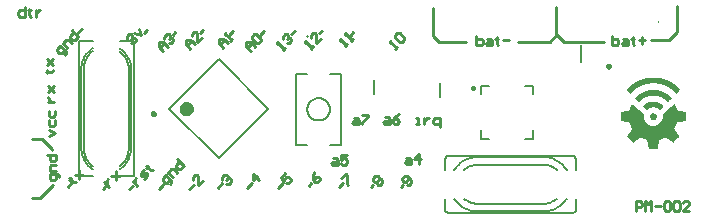
<source format=gto>
%FSTAX24Y24*%
%MOIN*%
%SFA1B1*%

%IPPOS*%
%ADD30C,0.010000*%
%ADD56C,0.009800*%
%ADD57C,0.005000*%
%ADD58C,0.007900*%
%ADD59C,0.023600*%
%ADD60C,0.000000*%
%LNmain-1*%
%LPD*%
G36*
X029522Y042089D02*
X029535D01*
Y042082*
X029548*
Y042076*
X029561*
Y04207*
X029567*
Y042063*
X029574*
Y042057*
X02958*
Y04205*
Y042044*
X029586*
Y042037*
X029593*
Y042031*
Y042025*
X029599*
Y042018*
Y042012*
Y042005*
X029606*
Y041999*
Y041992*
Y041986*
Y041979*
Y041973*
Y041967*
X029599*
Y04196*
Y041954*
Y041947*
Y041941*
X029593*
Y041934*
Y041928*
X029586*
Y041922*
X02958*
Y041915*
Y041909*
X029574*
Y041902*
X029567*
Y041896*
X029561*
Y041889*
X029548*
Y041883*
X029535*
Y041877*
X029522*
Y04187*
X029458*
Y041877*
X029445*
Y041883*
X029432*
Y041889*
X029419*
Y041896*
X029413*
Y041902*
X029406*
Y041909*
X0294*
Y041915*
Y041922*
X029393*
Y041928*
X029387*
Y041934*
Y041941*
X029381*
Y041947*
Y041954*
Y04196*
Y041967*
X029374*
Y041973*
Y041979*
Y041986*
Y041992*
Y041999*
Y042005*
X029381*
Y042012*
Y042018*
Y042025*
X029387*
Y042031*
Y042037*
X029393*
Y042044*
X0294*
Y04205*
Y042057*
X029406*
Y042063*
X029413*
Y04207*
X029419*
Y042076*
X029432*
Y042082*
X029445*
Y042089*
X029458*
Y042095*
X029522*
Y042089*
G37*
G36*
X030204Y042404D02*
Y042398D01*
X03021*
Y042391*
Y042385*
X030217*
Y042378*
Y042372*
Y042365*
X030223*
Y042359*
Y042353*
X03023*
Y042346*
Y04234*
Y042333*
X030236*
Y042327*
Y04232*
Y042314*
X030243*
Y042308*
Y042301*
Y042295*
X030249*
Y042288*
Y042282*
Y042275*
X030255*
Y042269*
Y042263*
X030262*
Y042256*
Y04225*
X030268*
Y042243*
Y042237*
X030275*
Y04223*
Y042224*
X030281*
Y042217*
Y042211*
Y042205*
X030288*
Y042198*
Y042192*
X0303*
Y042185*
X03032*
Y042179*
X030352*
Y042172*
X03039*
Y042166*
X030423*
Y04216*
X030461*
Y042153*
X0305*
Y042147*
X030538*
Y04214*
X030571*
Y042134*
Y042127*
Y042121*
Y042115*
Y042108*
Y042102*
Y042095*
Y042089*
Y042082*
Y042076*
Y04207*
Y042063*
Y042057*
Y04205*
Y042044*
Y042037*
Y042031*
Y042025*
Y042018*
Y042012*
Y042005*
Y041999*
Y041992*
Y041986*
Y041979*
Y041973*
Y041967*
Y04196*
Y041954*
Y041947*
Y041941*
Y041934*
Y041928*
Y041922*
Y041915*
Y041909*
Y041902*
Y041896*
Y041889*
Y041883*
Y041877*
Y04187*
Y041864*
Y041857*
Y041851*
X030564*
Y041844*
X030526*
Y041838*
X030493*
Y041832*
X030461*
Y041825*
X030436*
Y041819*
X030397*
Y041812*
X030365*
Y041806*
X03032*
Y041799*
X030294*
Y041793*
X030288*
Y041787*
X030281*
Y04178*
X030275*
Y041774*
Y041767*
X030268*
Y041761*
Y041754*
X030262*
Y041748*
Y041741*
X030255*
Y041735*
Y041729*
X030249*
Y041722*
Y041716*
Y041709*
X030243*
Y041703*
Y041696*
X030236*
Y04169*
Y041684*
Y041677*
X03023*
Y041671*
Y041664*
X030223*
Y041658*
Y041651*
Y041645*
X030217*
Y041639*
Y041632*
Y041626*
X03021*
Y041619*
Y041613*
X030204*
Y041606*
X030198*
Y0416*
Y041594*
X030191*
Y041587*
Y041581*
Y041574*
Y041568*
Y041561*
X030198*
Y041555*
Y041549*
X030204*
Y041542*
X03021*
Y041536*
X030217*
Y041529*
Y041523*
X030223*
Y041516*
X03023*
Y04151*
Y041503*
X030236*
Y041497*
Y041491*
X030243*
Y041484*
X030249*
Y041478*
Y041471*
X030255*
Y041465*
X030262*
Y041458*
X030268*
Y041452*
Y041446*
X030275*
Y041439*
X030281*
Y041433*
Y041426*
X030288*
Y04142*
X030294*
Y041413*
Y041407*
X0303*
Y041401*
Y041394*
X030307*
Y041388*
X030313*
Y041381*
X03032*
Y041375*
X030326*
Y041368*
Y041362*
X030333*
Y041356*
X030339*
Y041349*
Y041343*
X030345*
Y041336*
X030352*
Y04133*
X030358*
Y041323*
X030352*
Y041317*
X030345*
Y041311*
X030339*
Y041304*
X030333*
Y041298*
X030326*
Y041291*
X03032*
Y041285*
X030313*
Y041278*
X030307*
Y041272*
X0303*
Y041266*
X030294*
Y041259*
X030288*
Y041253*
X030281*
Y041246*
X030275*
Y04124*
X030268*
Y041233*
X030262*
Y041227*
X030255*
Y04122*
X030249*
Y041214*
X030243*
Y041208*
X030236*
Y041201*
X03023*
Y041195*
X030223*
Y041188*
X030217*
Y041182*
X03021*
Y041175*
X030204*
Y041169*
X030198*
Y041163*
X030191*
Y041156*
X030185*
Y04115*
X030178*
Y041143*
X030172*
Y041137*
X030165*
Y04113*
X030159*
Y041124*
X030146*
Y04113*
X030133*
Y041137*
X030127*
Y041143*
X030114*
Y04115*
X030107*
Y041156*
X030095*
Y041163*
X030088*
Y041169*
X030075*
Y041175*
X030069*
Y041182*
X030056*
Y041188*
X03005*
Y041195*
X030037*
Y041201*
X03003*
Y041208*
X030017*
Y041214*
X030011*
Y04122*
X030005*
Y041227*
X029992*
Y041233*
X029979*
Y04124*
X029972*
Y041246*
X02996*
Y041253*
X029953*
Y041259*
X029947*
Y041266*
X029934*
Y041272*
X029927*
Y041278*
X029921*
Y041285*
X029876*
Y041278*
X029857*
Y041272*
X029844*
Y041266*
X029824*
Y041259*
X029812*
Y041253*
X029799*
Y041246*
X029786*
Y04124*
X029767*
Y041233*
X029754*
Y041227*
X029734*
Y04122*
X029715*
Y041214*
X029702*
Y041208*
X029689*
Y041201*
X029683*
Y041195*
X029676*
Y041188*
Y041182*
Y041175*
Y041169*
Y041163*
X02967*
Y041156*
Y04115*
Y041143*
Y041137*
Y04113*
Y041124*
X029664*
Y041118*
Y041111*
Y041105*
Y041098*
Y041092*
Y041085*
X029657*
Y041079*
Y041073*
Y041066*
Y04106*
Y041053*
Y041047*
X029651*
Y04104*
Y041034*
Y041027*
Y041021*
Y041015*
Y041008*
X029644*
Y041002*
Y040995*
Y040989*
Y040982*
Y040976*
Y04097*
X029638*
Y040963*
Y040957*
Y04095*
Y040944*
Y040937*
X029631*
Y040931*
Y040925*
Y040918*
Y040912*
X029625*
Y040905*
X029342*
Y040912*
X029336*
Y040918*
Y040925*
Y040931*
Y040937*
Y040944*
Y04095*
X029329*
Y040957*
Y040963*
Y04097*
Y040976*
Y040982*
X029323*
Y040989*
Y040995*
Y041002*
Y041008*
Y041015*
Y041021*
X029316*
Y041027*
Y041034*
Y04104*
Y041047*
Y041053*
X02931*
Y04106*
Y041066*
Y041073*
Y041079*
Y041085*
Y041092*
X029303*
Y041098*
Y041105*
Y041111*
Y041118*
Y041124*
X029297*
Y04113*
Y041137*
Y041143*
Y04115*
X029291*
Y041156*
Y041163*
Y041169*
Y041175*
Y041182*
Y041188*
X029284*
Y041195*
Y041201*
X029278*
Y041208*
X029265*
Y041214*
X029252*
Y04122*
X029233*
Y041227*
X029213*
Y041233*
X029194*
Y04124*
X029181*
Y041246*
X029168*
Y041253*
X029155*
Y041259*
X029136*
Y041266*
X029123*
Y041272*
X02911*
Y041278*
X029091*
Y041285*
X029046*
Y041278*
X02904*
Y041272*
X029033*
Y041266*
X02902*
Y041259*
X029014*
Y041253*
X029001*
Y041246*
X028995*
Y04124*
X028982*
Y041233*
X028975*
Y041227*
X028963*
Y04122*
X028956*
Y041214*
X028943*
Y041208*
X028937*
Y041201*
X02893*
Y041195*
X028917*
Y041188*
X028911*
Y041182*
X028898*
Y041175*
X028892*
Y041169*
X028879*
Y041163*
X028872*
Y041156*
X02886*
Y04115*
X028853*
Y041143*
X02884*
Y041137*
X028834*
Y04113*
X028827*
Y041124*
X028808*
Y04113*
X028802*
Y041137*
X028795*
Y041143*
X028789*
Y04115*
X028782*
Y041156*
X028776*
Y041163*
X02877*
Y041169*
X028763*
Y041175*
X028757*
Y041182*
X02875*
Y041188*
X028744*
Y041195*
X028737*
Y041201*
X028731*
Y041208*
X028725*
Y041214*
X028718*
Y04122*
X028712*
Y041227*
X028705*
Y041233*
X028699*
Y04124*
X028692*
Y041246*
X028686*
Y041253*
X028679*
Y041259*
X028673*
Y041266*
X028667*
Y041272*
X02866*
Y041278*
X028654*
Y041285*
X028647*
Y041291*
X028641*
Y041298*
X028634*
Y041304*
X028628*
Y041311*
X028622*
Y041317*
X028615*
Y041323*
Y04133*
Y041336*
X028622*
Y041343*
X028628*
Y041349*
Y041356*
X028634*
Y041362*
X028641*
Y041368*
Y041375*
X028647*
Y041381*
X028654*
Y041388*
Y041394*
X02866*
Y041401*
X028667*
Y041407*
X028673*
Y041413*
Y04142*
X028679*
Y041426*
X028686*
Y041433*
Y041439*
X028692*
Y041446*
X028699*
Y041452*
Y041458*
X028705*
Y041465*
X028712*
Y041471*
Y041478*
X028718*
Y041484*
X028725*
Y041491*
X028731*
Y041497*
Y041503*
X028737*
Y04151*
X028744*
Y041516*
Y041523*
X02875*
Y041529*
X028757*
Y041536*
Y041542*
X028763*
Y041549*
X02877*
Y041555*
Y041561*
X028776*
Y041568*
Y041574*
Y041581*
Y041587*
X02877*
Y041594*
Y0416*
X028763*
Y041606*
Y041613*
Y041619*
X028757*
Y041626*
Y041632*
X02875*
Y041639*
Y041645*
Y041651*
X028744*
Y041658*
Y041664*
X028737*
Y041671*
Y041677*
X028731*
Y041684*
Y04169*
Y041696*
X028725*
Y041703*
Y041709*
X028718*
Y041716*
Y041722*
X028712*
Y041729*
Y041735*
X028705*
Y041741*
Y041748*
Y041754*
X028699*
Y041761*
Y041767*
X028692*
Y041774*
Y04178*
X028686*
Y041787*
Y041793*
X028673*
Y041799*
X028641*
Y041806*
X028602*
Y041812*
X02857*
Y041819*
X028532*
Y041825*
X028506*
Y041832*
X028474*
Y041838*
X028442*
Y041844*
X028403*
Y041851*
X028396*
Y041857*
Y041864*
Y04187*
Y041877*
Y041883*
Y041889*
Y041896*
Y041902*
Y041909*
Y041915*
Y041922*
Y041928*
Y041934*
Y041941*
Y041947*
Y041954*
Y04196*
Y041967*
Y041973*
Y041979*
Y041986*
Y041992*
Y041999*
Y042005*
Y042012*
Y042018*
Y042025*
Y042031*
Y042037*
Y042044*
Y04205*
Y042057*
Y042063*
Y04207*
Y042076*
Y042082*
Y042089*
Y042095*
Y042102*
Y042108*
Y042115*
Y042121*
Y042127*
Y042134*
Y04214*
X028429*
Y042147*
X028467*
Y042153*
X028506*
Y04216*
X028544*
Y042166*
X028577*
Y042172*
X028615*
Y042179*
X028647*
Y042185*
X028667*
Y042192*
X028679*
Y042198*
Y042205*
X028686*
Y042211*
Y042217*
X028692*
Y042224*
Y04223*
X028699*
Y042237*
Y042243*
Y04225*
X028705*
Y042256*
Y042263*
X028712*
Y042269*
Y042275*
Y042282*
X028718*
Y042288*
Y042295*
Y042301*
X028725*
Y042308*
Y042314*
X028731*
Y04232*
Y042327*
X028737*
Y042333*
Y04234*
Y042346*
X028744*
Y042353*
Y042359*
X02875*
Y042365*
Y042372*
Y042378*
X028757*
Y042385*
Y042391*
X028763*
Y042398*
Y042404*
Y04241*
X028776*
Y042404*
X028782*
Y042398*
X028789*
Y042391*
X028795*
Y042385*
X028802*
Y042378*
X028815*
Y042372*
X028821*
Y042365*
X028827*
Y042359*
X028834*
Y042353*
X02884*
Y042346*
X028847*
Y04234*
X028853*
Y042333*
X028866*
Y042327*
X028872*
Y04232*
X028879*
Y042314*
X028885*
Y042308*
X028892*
Y042301*
X028898*
Y042295*
X028911*
Y042288*
X028917*
Y042282*
X028924*
Y042275*
X02893*
Y042269*
X028937*
Y042263*
X028943*
Y042256*
X02895*
Y04225*
X028963*
Y042243*
X028969*
Y042237*
X028975*
Y04223*
X028982*
Y042224*
X028988*
Y042217*
X028995*
Y042211*
X029008*
Y042205*
X029014*
Y042198*
X02902*
Y042192*
X029027*
Y042185*
X029033*
Y042179*
X02904*
Y042172*
X029046*
Y042166*
X029059*
Y04216*
X029065*
Y042153*
X029072*
Y042147*
X029078*
Y04214*
X029085*
Y042134*
X029091*
Y042127*
X029104*
Y042121*
X02911*
Y042115*
X029117*
Y042108*
X029123*
Y042102*
X02913*
Y042095*
X029136*
Y042089*
X029143*
Y042082*
X029155*
Y042076*
X029162*
Y04207*
X029168*
Y042063*
X029175*
Y042057*
Y04205*
Y042044*
X029168*
Y042037*
Y042031*
Y042025*
Y042018*
Y042012*
Y042005*
Y041999*
Y041992*
Y041986*
Y041979*
Y041973*
Y041967*
Y04196*
Y041954*
Y041947*
X029175*
Y041941*
Y041934*
Y041928*
Y041922*
Y041915*
Y041909*
X029181*
Y041902*
Y041896*
Y041889*
X029188*
Y041883*
Y041877*
Y04187*
X029194*
Y041864*
X029201*
Y041857*
Y041851*
X029207*
Y041844*
Y041838*
X029213*
Y041832*
X02922*
Y041825*
Y041819*
Y041812*
X029226*
Y041806*
X029233*
Y041799*
X029239*
Y041793*
X029246*
Y041787*
Y04178*
X029252*
Y041774*
X029258*
Y041767*
X029271*
Y041761*
X029278*
Y041754*
X029284*
Y041748*
X029291*
Y041741*
X029297*
Y041735*
X02931*
Y041729*
X029316*
Y041722*
X029329*
Y041716*
X029342*
Y041709*
X029355*
Y041703*
X029374*
Y041696*
X029387*
Y04169*
X029413*
Y041684*
X029451*
Y041677*
X029522*
Y041684*
X029554*
Y04169*
X02958*
Y041696*
X029593*
Y041703*
X029612*
Y041709*
X029625*
Y041716*
X029638*
Y041722*
X029651*
Y041729*
X029657*
Y041735*
X02967*
Y041741*
X029676*
Y041748*
X029683*
Y041754*
X029689*
Y041761*
X029696*
Y041767*
X029702*
Y041774*
X029709*
Y04178*
X029715*
Y041787*
X029722*
Y041793*
X029728*
Y041799*
X029734*
Y041806*
X029741*
Y041812*
X029747*
Y041819*
Y041825*
X029754*
Y041832*
X02976*
Y041838*
Y041844*
X029767*
Y041851*
Y041857*
X029773*
Y041864*
Y04187*
Y041877*
X029779*
Y041883*
Y041889*
Y041896*
X029786*
Y041902*
Y041909*
Y041915*
X029792*
Y041922*
Y041928*
Y041934*
Y041941*
Y041947*
X029799*
Y041954*
Y04196*
Y041967*
Y041973*
Y041979*
Y041986*
Y041992*
Y041999*
Y042005*
Y042012*
Y042018*
Y042025*
Y042031*
Y042037*
Y042044*
X029792*
Y04205*
Y042057*
Y042063*
X029799*
Y04207*
X029812*
Y042076*
X029818*
Y042082*
X029824*
Y042089*
X029831*
Y042095*
X029837*
Y042102*
X029844*
Y042108*
X02985*
Y042115*
X029857*
Y042121*
X029869*
Y042127*
X029876*
Y042134*
X029882*
Y04214*
X029889*
Y042147*
X029895*
Y042153*
X029902*
Y04216*
X029908*
Y042166*
X029921*
Y042172*
X029927*
Y042179*
X029934*
Y042185*
X02994*
Y042192*
X029947*
Y042198*
X029953*
Y042205*
X02996*
Y042211*
X029966*
Y042217*
X029979*
Y042224*
X029985*
Y04223*
X029992*
Y042237*
X029998*
Y042243*
X030005*
Y04225*
X030011*
Y042256*
X030017*
Y042263*
X03003*
Y042269*
X030037*
Y042275*
X030043*
Y042282*
X03005*
Y042288*
X030056*
Y042295*
X030062*
Y042301*
X030069*
Y042308*
X030075*
Y042314*
X030088*
Y04232*
X030095*
Y042327*
X030101*
Y042333*
X030107*
Y04234*
X030114*
Y042346*
X03012*
Y042353*
X030127*
Y042359*
X03014*
Y042365*
X030146*
Y042372*
X030152*
Y042378*
X030159*
Y042385*
X030165*
Y042391*
X030172*
Y042398*
X030178*
Y042404*
X030191*
Y04241*
X030204*
Y042404*
G37*
G36*
X029554Y042481D02*
X029593D01*
Y042475*
X029619*
Y042468*
X029638*
Y042462*
X029657*
Y042455*
X02967*
Y042449*
X029683*
Y042443*
X029696*
Y042436*
X029709*
Y04243*
X029722*
Y042423*
X029734*
Y042417*
X029741*
Y04241*
X029754*
Y042404*
X02976*
Y042398*
X029773*
Y042391*
X029779*
Y042385*
X029786*
Y042378*
X029792*
Y042372*
X029799*
Y042365*
X029805*
Y042359*
X029812*
Y042353*
X029818*
Y042346*
X029824*
Y04234*
X029831*
Y042333*
Y042327*
X029824*
Y04232*
X029818*
Y042314*
X029812*
Y042308*
X029805*
Y042301*
X029799*
Y042295*
X029792*
Y042288*
X029786*
Y042282*
X029779*
Y042275*
X029773*
Y042269*
X029767*
Y042263*
X02976*
Y042256*
X029754*
Y04225*
X029747*
Y042243*
X029741*
Y042237*
X029734*
Y04223*
X029728*
Y042224*
X029722*
Y042217*
X029715*
Y042211*
X029709*
Y042205*
X029696*
Y042211*
X029689*
Y042217*
X029683*
Y042224*
X029676*
Y04223*
X02967*
Y042237*
X029664*
Y042243*
X029657*
Y04225*
X029644*
Y042256*
X029638*
Y042263*
X029625*
Y042269*
X029612*
Y042275*
X029599*
Y042282*
X02958*
Y042288*
X029554*
Y042295*
X029426*
Y042288*
X0294*
Y042282*
X029381*
Y042275*
X029368*
Y042269*
X029355*
Y042263*
X029342*
Y042256*
X029336*
Y04225*
X029323*
Y042243*
X029316*
Y042237*
X02931*
Y04223*
X029303*
Y042224*
X029297*
Y042217*
X029291*
Y042211*
X029284*
Y042205*
X029271*
Y042211*
X029265*
Y042217*
X029258*
Y042224*
X029252*
Y04223*
X029246*
Y042237*
X029239*
Y042243*
X029233*
Y04225*
X029226*
Y042256*
X02922*
Y042263*
X029213*
Y042269*
X029207*
Y042275*
X029201*
Y042282*
X029194*
Y042288*
X029188*
Y042295*
X029181*
Y042301*
X029175*
Y042308*
X029168*
Y042314*
X029162*
Y04232*
X029155*
Y042327*
X029149*
Y042333*
Y04234*
X029155*
Y042346*
X029162*
Y042353*
X029168*
Y042359*
X029175*
Y042365*
X029181*
Y042372*
X029188*
Y042378*
X029194*
Y042385*
X029201*
Y042391*
X029207*
Y042398*
X02922*
Y042404*
X029226*
Y04241*
X029239*
Y042417*
X029246*
Y042423*
X029258*
Y04243*
X029271*
Y042436*
X029284*
Y042443*
X029297*
Y042449*
X02931*
Y042455*
X029323*
Y042462*
X029342*
Y042468*
X029361*
Y042475*
X029387*
Y042481*
X029426*
Y042488*
X029554*
Y042481*
G37*
G36*
X029599Y043279D02*
X029657D01*
Y043272*
X029696*
Y043266*
X029734*
Y04326*
X02976*
Y043253*
X029786*
Y043247*
X029818*
Y04324*
X029837*
Y043234*
X029857*
Y043227*
X029876*
Y043221*
X029895*
Y043214*
X029915*
Y043208*
X029934*
Y043202*
X029947*
Y043195*
X02996*
Y043189*
X029979*
Y043182*
X029992*
Y043176*
X030005*
Y043169*
X030017*
Y043163*
X03003*
Y043157*
X030043*
Y04315*
X030056*
Y043144*
X030069*
Y043137*
X030082*
Y043131*
X030095*
Y043124*
X030101*
Y043118*
X030114*
Y043112*
X030127*
Y043105*
X030133*
Y043099*
X030146*
Y043092*
X030152*
Y043086*
X030165*
Y043079*
X030172*
Y043073*
X030185*
Y043067*
X030191*
Y04306*
X030198*
Y043054*
X03021*
Y043047*
X030217*
Y043041*
X030223*
Y043034*
X030236*
Y043028*
X030243*
Y043022*
X030249*
Y043015*
X030255*
Y043009*
X030262*
Y043002*
X030268*
Y042996*
X030281*
Y042989*
X030288*
Y042983*
X030294*
Y042976*
X0303*
Y04297*
X030307*
Y042964*
X030313*
Y042957*
X03032*
Y042951*
X030326*
Y042944*
X030333*
Y042938*
X030339*
Y042931*
X030345*
Y042925*
X030352*
Y042919*
X030358*
Y042912*
X030365*
Y042906*
Y042899*
X030371*
Y042893*
X030378*
Y042886*
X030384*
Y04288*
X030378*
Y042874*
X030371*
Y042867*
X030365*
Y042861*
X030358*
Y042854*
X030352*
Y042848*
X030345*
Y042841*
X030339*
Y042835*
X030333*
Y042829*
X030326*
Y042822*
X03032*
Y042816*
X030313*
Y042809*
X030307*
Y042803*
X0303*
Y042796*
X030294*
Y04279*
X030288*
Y042784*
X030281*
Y042777*
X030275*
Y042771*
X030268*
Y042764*
X030262*
Y042758*
X030255*
Y042751*
X030249*
Y042758*
X030243*
Y042764*
X030236*
Y042771*
X03023*
Y042777*
X030223*
Y042784*
Y04279*
X030217*
Y042796*
X03021*
Y042803*
X030204*
Y042809*
X030198*
Y042816*
X030191*
Y042822*
X030185*
Y042829*
X030178*
Y042835*
X030172*
Y042841*
X030165*
Y042848*
X030159*
Y042854*
X030152*
Y042861*
X03014*
Y042867*
X030133*
Y042874*
X030127*
Y04288*
X03012*
Y042886*
X030114*
Y042893*
X030101*
Y042899*
X030095*
Y042906*
X030088*
Y042912*
X030075*
Y042919*
X030069*
Y042925*
X030056*
Y042931*
X03005*
Y042938*
X030037*
Y042944*
X03003*
Y042951*
X030017*
Y042957*
X030005*
Y042964*
X029998*
Y04297*
X029985*
Y042976*
X029972*
Y042983*
X02996*
Y042989*
X029947*
Y042996*
X029934*
Y043002*
X029921*
Y043009*
X029908*
Y043015*
X029889*
Y043022*
X029876*
Y043028*
X029857*
Y043034*
X029837*
Y043041*
X029818*
Y043047*
X029799*
Y043054*
X029779*
Y04306*
X029754*
Y043067*
X029728*
Y043073*
X029696*
Y043079*
X029664*
Y043086*
X029619*
Y043092*
X029509*
Y043099*
X029471*
Y043092*
X029361*
Y043086*
X029316*
Y043079*
X029284*
Y043073*
X029252*
Y043067*
X029226*
Y04306*
X029201*
Y043054*
X029181*
Y043047*
X029162*
Y043041*
X029143*
Y043034*
X029123*
Y043028*
X029104*
Y043022*
X029091*
Y043015*
X029072*
Y043009*
X029059*
Y043002*
X029046*
Y042996*
X029033*
Y042989*
X02902*
Y042983*
X029008*
Y042976*
X028995*
Y04297*
X028982*
Y042964*
X028975*
Y042957*
X028963*
Y042951*
X02895*
Y042944*
X028943*
Y042938*
X02893*
Y042931*
X028924*
Y042925*
X028911*
Y042919*
X028905*
Y042912*
X028892*
Y042906*
X028885*
Y042899*
X028879*
Y042893*
X028866*
Y042886*
X02886*
Y04288*
X028853*
Y042874*
X028847*
Y042867*
X02884*
Y042861*
X028827*
Y042854*
X028821*
Y042848*
X028815*
Y042841*
X028808*
Y042835*
X028802*
Y042829*
X028795*
Y042822*
X028789*
Y042816*
X028782*
Y042809*
X028776*
Y042803*
X02877*
Y042796*
X028763*
Y04279*
X028757*
Y042784*
Y042777*
X02875*
Y042771*
X028744*
Y042764*
X028737*
Y042758*
X028731*
Y042751*
X028725*
Y042758*
X028718*
Y042764*
X028712*
Y042771*
X028705*
Y042777*
X028699*
Y042784*
X028692*
Y04279*
X028686*
Y042796*
X028679*
Y042803*
X028673*
Y042809*
X028667*
Y042816*
X02866*
Y042822*
X028654*
Y042829*
X028647*
Y042835*
X028641*
Y042841*
X028634*
Y042848*
X028628*
Y042854*
X028622*
Y042861*
X028615*
Y042867*
X028609*
Y042874*
X028602*
Y04288*
X028596*
Y042886*
X028602*
Y042893*
X028609*
Y042899*
X028615*
Y042906*
Y042912*
X028622*
Y042919*
X028628*
Y042925*
X028634*
Y042931*
X028641*
Y042938*
X028647*
Y042944*
X028654*
Y042951*
X02866*
Y042957*
X028667*
Y042964*
X028673*
Y04297*
X028679*
Y042976*
X028686*
Y042983*
X028692*
Y042989*
X028699*
Y042996*
X028712*
Y043002*
X028718*
Y043009*
X028725*
Y043015*
X028731*
Y043022*
X028737*
Y043028*
X028744*
Y043034*
X028757*
Y043041*
X028763*
Y043047*
X02877*
Y043054*
X028782*
Y04306*
X028789*
Y043067*
X028795*
Y043073*
X028808*
Y043079*
X028815*
Y043086*
X028827*
Y043092*
X028834*
Y043099*
X028847*
Y043105*
X028853*
Y043112*
X028866*
Y043118*
X028879*
Y043124*
X028885*
Y043131*
X028898*
Y043137*
X028911*
Y043144*
X028924*
Y04315*
X028937*
Y043157*
X02895*
Y043163*
X028963*
Y043169*
X028975*
Y043176*
X028988*
Y043182*
X029001*
Y043189*
X02902*
Y043195*
X029033*
Y043202*
X029046*
Y043208*
X029065*
Y043214*
X029085*
Y043221*
X029104*
Y043227*
X029123*
Y043234*
X029143*
Y04324*
X029162*
Y043247*
X029194*
Y043253*
X02922*
Y04326*
X029246*
Y043266*
X029284*
Y043272*
X029323*
Y043279*
X029381*
Y043285*
X029599*
Y043279*
G37*
G36*
X02958Y042867D02*
X029625D01*
Y042861*
X029664*
Y042854*
X029689*
Y042848*
X029715*
Y042841*
X029734*
Y042835*
X029754*
Y042829*
X029773*
Y042822*
X029792*
Y042816*
X029805*
Y042809*
X029824*
Y042803*
X029837*
Y042796*
X02985*
Y04279*
X029863*
Y042784*
X029876*
Y042777*
X029889*
Y042771*
X029902*
Y042764*
X029908*
Y042758*
X029921*
Y042751*
X029934*
Y042745*
X02994*
Y042738*
X029953*
Y042732*
X02996*
Y042726*
X029966*
Y042719*
X029979*
Y042713*
X029985*
Y042706*
X029992*
Y0427*
X030005*
Y042693*
X030011*
Y042687*
X030017*
Y042681*
X030024*
Y042674*
X03003*
Y042668*
X030037*
Y042661*
X03005*
Y042655*
X030056*
Y042648*
X030062*
Y042642*
X030069*
Y042636*
X030075*
Y042629*
X030082*
Y042623*
Y042616*
X030088*
Y04261*
X030095*
Y042603*
X030101*
Y042597*
X030095*
Y042591*
X030088*
Y042584*
X030082*
Y042578*
X030075*
Y042571*
X030069*
Y042565*
X030062*
Y042558*
X030056*
Y042552*
X03005*
Y042546*
X030043*
Y042539*
X030037*
Y042533*
X03003*
Y042526*
X030024*
Y04252*
X030017*
Y042513*
X030011*
Y042507*
X030005*
Y042501*
X029998*
Y042494*
X029992*
Y042488*
X029985*
Y042481*
X029979*
Y042475*
X029972*
Y042468*
X029966*
Y042475*
X02996*
Y042481*
X029953*
Y042488*
X029947*
Y042494*
X02994*
Y042501*
X029934*
Y042507*
Y042513*
X029921*
Y04252*
X029915*
Y042526*
X029908*
Y042533*
X029902*
Y042539*
X029895*
Y042546*
X029889*
Y042552*
X029882*
Y042558*
X029869*
Y042565*
X029863*
Y042571*
X02985*
Y042578*
X029844*
Y042584*
X029837*
Y042591*
X029824*
Y042597*
X029812*
Y042603*
X029805*
Y04261*
X029792*
Y042616*
X029779*
Y042623*
X029767*
Y042629*
X029747*
Y042636*
X029734*
Y042642*
X029715*
Y042648*
X029702*
Y042655*
X029676*
Y042661*
X029657*
Y042668*
X029625*
Y042674*
X029586*
Y042681*
X029503*
Y042687*
X029477*
Y042681*
X029393*
Y042674*
X029355*
Y042668*
X029323*
Y042661*
X029303*
Y042655*
X029278*
Y042648*
X029265*
Y042642*
X029246*
Y042636*
X029233*
Y042629*
X029213*
Y042623*
X029201*
Y042616*
X029188*
Y04261*
X029175*
Y042603*
X029168*
Y042597*
X029155*
Y042591*
X029143*
Y042584*
X029136*
Y042578*
X02913*
Y042571*
X029117*
Y042565*
X02911*
Y042558*
X029098*
Y042552*
X029091*
Y042546*
X029085*
Y042539*
X029078*
Y042533*
X029072*
Y042526*
X029065*
Y04252*
X029059*
Y042513*
X029046*
Y042507*
Y042501*
X02904*
Y042494*
X029033*
Y042488*
X029027*
Y042481*
X02902*
Y042475*
X029014*
Y042468*
X029008*
Y042475*
X029001*
Y042481*
X028995*
Y042488*
X028988*
Y042494*
X028982*
Y042501*
X028975*
Y042507*
X028969*
Y042513*
X028963*
Y04252*
X028956*
Y042526*
X02895*
Y042533*
X028943*
Y042539*
X028937*
Y042546*
X02893*
Y042552*
X028924*
Y042558*
X028917*
Y042565*
X028911*
Y042571*
X028905*
Y042578*
X028898*
Y042584*
X028892*
Y042591*
X028885*
Y042597*
X028879*
Y042603*
X028885*
Y04261*
X028892*
Y042616*
X028898*
Y042623*
Y042629*
X028905*
Y042636*
X028911*
Y042642*
X028917*
Y042648*
X028924*
Y042655*
X02893*
Y042661*
X028943*
Y042668*
X02895*
Y042674*
X028956*
Y042681*
X028963*
Y042687*
X028969*
Y042693*
X028975*
Y0427*
X028988*
Y042706*
X028995*
Y042713*
X029001*
Y042719*
X029014*
Y042726*
X02902*
Y042732*
X029027*
Y042738*
X02904*
Y042745*
X029046*
Y042751*
X029059*
Y042758*
X029072*
Y042764*
X029078*
Y042771*
X029091*
Y042777*
X029104*
Y042784*
X029117*
Y04279*
X02913*
Y042796*
X029143*
Y042803*
X029155*
Y042809*
X029175*
Y042816*
X029188*
Y042822*
X029207*
Y042829*
X029226*
Y042835*
X029246*
Y042841*
X029265*
Y042848*
X029291*
Y042854*
X029316*
Y042861*
X029355*
Y042867*
X0294*
Y042874*
X02958*
Y042867*
G37*
G54D30*
X022352Y044488D02*
X022795D01*
X029409Y044528D02*
X03D01*
X02625Y04471D02*
Y04563D01*
X026028Y044488D02*
X02625Y04471D01*
X024961Y044488D02*
X026028D01*
X022795D02*
X023228D01*
X009469Y039705D02*
Y039724D01*
X009026Y039262D02*
X009469Y039705D01*
X00877Y039262D02*
X009026D01*
X009439Y040866D02*
Y040925D01*
X009124Y04124D02*
X009439Y040925D01*
X00877Y04124D02*
X009124D01*
X02626Y044724D02*
X026496Y044488D01*
X027835*
X03Y044528D02*
X030276Y044803D01*
Y045669*
X021063Y039646D02*
X021142Y039724D01*
X020079Y039646D02*
X020157Y039724D01*
X019016Y039646D02*
X019134Y039764D01*
X017992Y039685D02*
X018071Y039764D01*
X016968Y039606D02*
X017126Y039764D01*
X015945Y039606D02*
X016102Y039764D01*
X014961Y039606D02*
X015118Y039764D01*
X014016Y039567D02*
X014173Y039724D01*
X012992Y039567D02*
X01315Y039724D01*
X012008Y039567D02*
X012126Y039685D01*
X011142Y039567D02*
X01122Y039646D01*
X009961D02*
X010079Y039764D01*
X017953Y044685D02*
D01*
X019409Y044724D02*
X019488Y044803D01*
X018346Y044764D02*
X018425Y044843D01*
X016378Y044724D02*
X016496Y044843D01*
X015354Y044724D02*
X015472Y044843D01*
X013465Y044724D02*
X013543Y044803D01*
X01437Y044764D02*
X014488Y044882D01*
X010276Y044764D02*
X010433Y044921D01*
X017411Y044734D02*
D01*
X01753Y044852*
X01251Y044783D02*
X012608Y044882D01*
X022156Y044685D02*
X022352Y044488D01*
X022156Y044685D02*
Y04561D01*
X028898Y038858D02*
Y039173D01*
X029055*
X029108Y039121*
Y039016*
X029055Y038963*
X028898*
X029213Y038858D02*
Y039173D01*
X029317Y039068*
X029422Y039173*
Y038858*
X029527Y039016D02*
X029737D01*
X029842Y039121D02*
X029895Y039173D01*
X03*
X030052Y039121*
Y038911*
X03Y038858*
X029895*
X029842Y038911*
Y039121*
X030157D02*
X03021Y039173D01*
X030315*
X030367Y039121*
Y038911*
X030315Y038858*
X03021*
X030157Y038911*
Y039121*
X030682Y038858D02*
X030472D01*
X030682Y039068*
Y039121*
X030629Y039173*
X030524*
X030472Y039121*
X021575Y041732D02*
X02168D01*
X021627*
Y041942*
X021575*
X021837D02*
Y041732D01*
Y041837*
X02189Y04189*
X021942Y041942*
X021995*
X022362Y041627D02*
Y041942D01*
X022205*
X022152Y04189*
Y041785*
X022205Y041732*
X022362*
X019501Y041942D02*
X019606D01*
X019659Y04189*
Y041732*
X019501*
X019449Y041785*
X019501Y041837*
X019659*
X019764Y042047D02*
X019974D01*
Y041995*
X019764Y041785*
Y041732*
X020535Y041962D02*
X02064D01*
X020692Y041909*
Y041752*
X020535*
X020482Y041804*
X020535Y041857*
X020692*
X021007Y042067D02*
X020902Y042014D01*
X020797Y041909*
Y041804*
X02085Y041752*
X020955*
X021007Y041804*
Y041857*
X020955Y041909*
X020797*
X021253Y040623D02*
X021358D01*
X021411Y040571*
Y040413*
X021253*
X021201Y040466*
X021253Y040518*
X021411*
X021673Y040413D02*
Y040728D01*
X021516Y040571*
X021726*
X018802Y040594D02*
X018907D01*
X01896Y040541*
Y040384*
X018802*
X01875Y040436*
X018802Y040489*
X01896*
X019275Y040699D02*
X019065D01*
Y040541*
X01917Y040594*
X019222*
X019275Y040541*
Y040436*
X019222Y040384*
X019117*
X019065Y040436*
X02088Y04425D02*
X020954Y044324D01*
X020917Y044287*
X020694Y04451*
Y044436*
X02088Y044621D02*
Y044695D01*
X020954Y044769*
X021028*
X021177Y044621*
Y044547*
X021103Y044473*
X021028*
X02088Y044621*
X019213Y044331D02*
X019287Y044405D01*
X01925Y044368*
X019027Y04459*
Y044516*
X019398D02*
X019472Y04459D01*
X019435Y044553*
X019213Y044776*
Y044702*
X018071Y044252D02*
X018145Y044326D01*
X018108Y044289*
X017885Y044512*
Y044437*
X018405Y044586D02*
X018256Y044437D01*
Y044734*
X018219Y044771*
X018145*
X018071Y044697*
Y044623*
X017126Y044213D02*
X0172Y044287D01*
X017163Y04425*
X01694Y044472*
Y044398*
X017126Y044584D02*
Y044658D01*
X0172Y044732*
X017274*
X017312Y044695*
Y044621*
X017274Y044584*
X017312Y044621*
X017386*
X017423Y044584*
Y044509*
X017349Y044435*
X017274*
X016063Y044173D02*
X015915Y044322D01*
Y04447*
X016063*
X016211Y044322*
X0161Y044433*
X015952Y044285*
X0161Y044581D02*
Y044656D01*
X016174Y04473*
X016249*
X016397Y044581*
Y044507*
X016323Y044433*
X016249*
X0161Y044581*
X015157Y044291D02*
X015009Y04444D01*
Y044588*
X015157*
X015306Y04444*
X015195Y044551*
X015046Y044403*
X01538Y044514D02*
X015454Y044588D01*
X015417Y044551*
X015195Y044774*
Y0447*
X014055Y044252D02*
X013907Y0444D01*
Y044549*
X014055*
X014204Y0444*
X014092Y044512*
X013944Y044363*
X014426Y044623D02*
X014278Y044475D01*
Y044771*
X014241Y044809*
X014166*
X014092Y044734*
Y04466*
X01315Y044173D02*
X013001Y044322D01*
Y04447*
X01315*
X013298Y044322*
X013187Y044433*
X013038Y044285*
X013187Y044581D02*
Y044656D01*
X013261Y04473*
X013335*
X013372Y044693*
Y044619*
X013335Y044581*
X013372Y044619*
X013446*
X013484Y044581*
Y044507*
X013409Y044433*
X013335*
X011931Y044585D02*
Y044659D01*
X012005Y044734*
X012079*
X012116Y044696*
Y044622*
X012079Y044585*
X012116Y044622*
X01219*
X012227Y044585*
Y044511*
X012153Y044437*
X012079*
X01219Y044771D02*
X012413Y044696D01*
X012339Y044919*
X009873Y044055D02*
X00991Y044092D01*
Y044166*
X009724Y044352*
X009613Y044241*
Y044166*
X009687Y044092*
X009762*
X009873Y044204*
X009947Y044278D02*
X009799Y044426D01*
X00991Y044538*
X009984*
X010095Y044426*
Y044871D02*
X010318Y044649D01*
X010207Y044538*
X010133*
X010058Y044612*
Y044686*
X01017Y044797*
X00853Y045635D02*
Y04532D01*
X008372*
X00832Y045372*
Y045477*
X008372Y04553*
X00853*
X008687Y045582D02*
Y04553D01*
X008635*
X00874*
X008687*
Y045372*
X00874Y04532*
X008897Y04553D02*
Y04532D01*
Y045425*
X00895Y045477*
X009002Y04553*
X009055*
X009226Y043488D02*
X009278D01*
Y043435*
Y04354*
Y043488*
X009436*
X009488Y04354*
X009278Y043697D02*
X009488Y043907D01*
X009383Y043802*
X009278Y043907*
X009488Y043697*
X009308Y04249D02*
X009518D01*
X009413*
X00936Y042543*
X009308Y042595*
Y042648*
Y042805D02*
X009518Y043015D01*
X009413Y04291*
X009308Y043015*
X009518Y042805*
X009327Y041348D02*
X009537Y041453D01*
X009327Y041558*
Y041873D02*
Y041716D01*
X00938Y041663*
X009485*
X009537Y041716*
Y041873*
X009327Y042188D02*
Y042031D01*
X00938Y041978*
X009485*
X009537Y042031*
Y042188*
X009682Y039967D02*
Y04002D01*
X009629Y040072*
X009367*
Y039915*
X009419Y039862*
X009524*
X009577Y039915*
Y040072*
Y040177D02*
X009367D01*
Y040334*
X009419Y040387*
X009577*
X009262Y040702D02*
X009577D01*
Y040544*
X009524Y040492*
X009419*
X009367Y040544*
Y040702*
X010009Y039947D02*
X010046Y03991D01*
X010009Y039873*
X010083Y039947*
X010046Y03991*
X010157Y039799*
X010232*
X010195Y040058D02*
X010491D01*
X010343*
Y040207*
Y03991*
X01119Y039794D02*
X011339Y039646D01*
X011264Y03972*
Y039794*
Y039868*
X011301Y039905*
X011413Y040017D02*
X01171D01*
X011561*
Y040165*
Y039868*
X012135Y039833D02*
X012283Y039685D01*
X012209Y039759*
Y039833*
Y039908*
X012246Y039945*
X012506Y039908D02*
X012617Y040019D01*
Y040093*
X012543*
X012469Y040019*
X012395*
Y040093*
X012506Y040205*
X01258Y040353D02*
X012617Y040316D01*
X01258Y040279*
X012655Y040353*
X012617Y040316*
X012729Y040205*
X012803*
X013387Y039744D02*
X013424Y039781D01*
Y039855*
X013238Y040041*
X013127Y03993*
Y039855*
X013201Y039781*
X013275*
X013387Y039893*
X013461Y039967D02*
X013312Y040115D01*
X013424Y040226*
X013498*
X013609Y040115*
Y04056D02*
X013832Y040338D01*
X013721Y040226*
X013646*
X013572Y040301*
Y040375*
X013683Y040486*
X014459Y039853D02*
X014311Y039705D01*
Y040002*
X014274Y040039*
X0142*
X014125Y039964*
Y03989*
X01511D02*
Y039964D01*
X015184Y040039*
X015258*
X015295Y040002*
Y039927*
X015258Y03989*
X015295Y039927*
X015369*
X015407Y03989*
Y039816*
X015332Y039742*
X015258*
X016351Y039865D02*
X016129Y040088D01*
Y039865*
X016277Y040014*
X017209Y040095D02*
X017061Y039947D01*
X017172Y039836*
X017209Y039947*
X017246Y039984*
X017321*
X017395Y03991*
Y039836*
X017321Y039762*
X017246*
X018174Y040135D02*
X018137Y040024D01*
Y039875*
X018211Y039801*
X018285*
X018359Y039875*
Y039949*
X018322Y039986*
X018248*
X018137Y039875*
X019088Y039937D02*
X019237Y040086D01*
X019274Y040049*
Y039752*
X019311Y039715*
X020149Y039861D02*
Y039935D01*
X020223Y040009*
X020298*
X020335Y039972*
Y039898*
X020409*
X020446Y039861*
Y039787*
X020372Y039712*
X020298*
X02026Y039749*
Y039824*
X020186*
X020149Y039861*
X02026Y039824D02*
X020335Y039898D01*
X021272Y039712D02*
X021346D01*
X02142Y039787*
Y039861*
X021272Y040009*
X021198*
X021124Y039935*
Y039861*
X021161Y039824*
X021235*
X021346Y039935*
X023583Y044685D02*
Y04437D01*
X02374*
X023793Y044423*
Y044475*
Y044528*
X02374Y04458*
X023583*
X02395D02*
X024055D01*
X024107Y044528*
Y04437*
X02395*
X023898Y044423*
X02395Y044475*
X024107*
X024265Y044632D02*
Y04458D01*
X024212*
X024317*
X024265*
Y044423*
X024317Y04437*
X024475Y044528D02*
X024685D01*
X02811Y044685D02*
Y04437D01*
X028268*
X02832Y044423*
Y044475*
Y044528*
X028268Y04458*
X02811*
X028478D02*
X028583D01*
X028635Y044528*
Y04437*
X028478*
X028425Y044423*
X028478Y044475*
X028635*
X028792Y044632D02*
Y04458D01*
X02874*
X028845*
X028792*
Y044423*
X028845Y04437*
X029002Y044528D02*
X029212D01*
X029107Y044632D02*
Y044423D01*
G54D56*
X028031Y043671D02*
D01*
X02803Y043674*
X02803Y043677*
X028029Y043681*
X028029Y043684*
X028028Y043687*
X028026Y04369*
X028025Y043694*
X028023Y043696*
X028021Y043699*
X028019Y043702*
X028017Y043705*
X028014Y043707*
X028012Y043709*
X028009Y043711*
X028006Y043713*
X028003Y043715*
X028Y043716*
X027997Y043717*
X027993Y043718*
X02799Y043719*
X027987Y043719*
X027983Y043719*
X02798*
X027976Y043719*
X027973Y043719*
X02797Y043718*
X027966Y043717*
X027963Y043716*
X02796Y043715*
X027957Y043713*
X027954Y043711*
X027951Y043709*
X027949Y043707*
X027946Y043705*
X027944Y043702*
X027942Y043699*
X02794Y043696*
X027938Y043694*
X027937Y04369*
X027935Y043687*
X027934Y043684*
X027934Y043681*
X027933Y043677*
X027933Y043674*
X027933Y043671*
X027933Y043667*
X027933Y043664*
X027934Y04366*
X027934Y043657*
X027935Y043654*
X027937Y043651*
X027938Y043647*
X02794Y043645*
X027942Y043642*
X027944Y043639*
X027946Y043636*
X027949Y043634*
X027951Y043632*
X027954Y04363*
X027957Y043628*
X02796Y043626*
X027963Y043625*
X027966Y043624*
X02797Y043623*
X027973Y043622*
X027976Y043622*
X02798Y043622*
X027983*
X027987Y043622*
X02799Y043622*
X027993Y043623*
X027997Y043624*
X028Y043625*
X028003Y043626*
X028006Y043628*
X028009Y04363*
X028012Y043632*
X028014Y043634*
X028017Y043636*
X028019Y043639*
X028021Y043642*
X028023Y043645*
X028025Y043647*
X028026Y043651*
X028028Y043654*
X028029Y043657*
X028029Y04366*
X02803Y043664*
X02803Y043667*
X028031Y043671*
X012871Y04209D02*
D01*
X01287Y042093*
X01287Y042096*
X012869Y0421*
X012869Y042103*
X012868Y042106*
X012866Y042109*
X012865Y042113*
X012863Y042115*
X012861Y042118*
X012859Y042121*
X012857Y042124*
X012854Y042126*
X012852Y042128*
X012849Y04213*
X012846Y042132*
X012843Y042134*
X01284Y042135*
X012837Y042136*
X012833Y042137*
X01283Y042138*
X012827Y042138*
X012823Y042138*
X01282*
X012816Y042138*
X012813Y042138*
X01281Y042137*
X012806Y042136*
X012803Y042135*
X0128Y042134*
X012797Y042132*
X012794Y04213*
X012791Y042128*
X012789Y042126*
X012786Y042124*
X012784Y042121*
X012782Y042118*
X01278Y042115*
X012778Y042113*
X012777Y042109*
X012775Y042106*
X012774Y042103*
X012774Y0421*
X012773Y042096*
X012773Y042093*
X012773Y04209*
X012773Y042086*
X012773Y042083*
X012774Y042079*
X012774Y042076*
X012775Y042073*
X012777Y04207*
X012778Y042066*
X01278Y042064*
X012782Y042061*
X012784Y042058*
X012786Y042055*
X012789Y042053*
X012791Y042051*
X012794Y042049*
X012797Y042047*
X0128Y042045*
X012803Y042044*
X012806Y042043*
X01281Y042042*
X012813Y042041*
X012816Y042041*
X01282Y042041*
X012823*
X012827Y042041*
X01283Y042041*
X012833Y042042*
X012837Y042043*
X01284Y042044*
X012843Y042045*
X012846Y042047*
X012849Y042049*
X012852Y042051*
X012854Y042053*
X012857Y042055*
X012859Y042058*
X012861Y042061*
X012863Y042064*
X012865Y042066*
X012866Y04207*
X012868Y042073*
X012869Y042076*
X012869Y042079*
X01287Y042083*
X01287Y042086*
X012871Y04209*
X023524Y042943D02*
D01*
X023523Y042946*
X023523Y042949*
X023522Y042953*
X023522Y042956*
X023521Y042959*
X023519Y042962*
X023518Y042966*
X023516Y042968*
X023514Y042971*
X023512Y042974*
X02351Y042977*
X023507Y042979*
X023505Y042981*
X023502Y042983*
X023499Y042985*
X023496Y042987*
X023493Y042988*
X02349Y042989*
X023486Y04299*
X023483Y042991*
X02348Y042991*
X023476Y042991*
X023473*
X023469Y042991*
X023466Y042991*
X023463Y04299*
X023459Y042989*
X023456Y042988*
X023453Y042987*
X02345Y042985*
X023447Y042983*
X023444Y042981*
X023442Y042979*
X023439Y042977*
X023437Y042974*
X023435Y042971*
X023433Y042968*
X023431Y042966*
X02343Y042962*
X023428Y042959*
X023427Y042956*
X023427Y042953*
X023426Y042949*
X023426Y042946*
X023426Y042943*
X023426Y042939*
X023426Y042936*
X023427Y042932*
X023427Y042929*
X023428Y042926*
X02343Y042923*
X023431Y042919*
X023433Y042917*
X023435Y042914*
X023437Y042911*
X023439Y042908*
X023442Y042906*
X023444Y042904*
X023447Y042902*
X02345Y0429*
X023453Y042898*
X023456Y042897*
X023459Y042896*
X023463Y042895*
X023466Y042894*
X023469Y042894*
X023473Y042894*
X023476*
X02348Y042894*
X023483Y042894*
X023486Y042895*
X02349Y042896*
X023493Y042897*
X023496Y042898*
X023499Y0429*
X023502Y042902*
X023505Y042904*
X023507Y042906*
X02351Y042908*
X023512Y042911*
X023514Y042914*
X023516Y042917*
X023518Y042919*
X023519Y042923*
X023521Y042926*
X023522Y042929*
X023522Y042932*
X023523Y042936*
X023523Y042939*
X023524Y042943*
G54D57*
X018701Y042234D02*
D01*
X0187Y04226*
X018697Y042286*
X018692Y042311*
X018686Y042337*
X018678Y042361*
X018668Y042386*
X018657Y042409*
X018644Y042432*
X018629Y042453*
X018613Y042474*
X018596Y042493*
X018577Y042511*
X018557Y042528*
X018536Y042544*
X018514Y042557*
X01849Y04257*
X018467Y04258*
X018442Y042589*
X018417Y042596*
X018391Y042602*
X018366Y042605*
X01834Y042607*
X018313*
X018287Y042605*
X018262Y042602*
X018236Y042596*
X018211Y042589*
X018186Y04258*
X018163Y04257*
X01814Y042557*
X018117Y042544*
X018096Y042528*
X018076Y042511*
X018057Y042493*
X01804Y042474*
X018024Y042453*
X018009Y042432*
X017996Y042409*
X017985Y042386*
X017975Y042361*
X017967Y042337*
X017961Y042311*
X017956Y042286*
X017953Y04226*
X017953Y042234*
X017953Y042207*
X017956Y042181*
X017961Y042156*
X017967Y04213*
X017975Y042106*
X017985Y042081*
X017996Y042058*
X018009Y042035*
X018024Y042014*
X01804Y041993*
X018057Y041974*
X018076Y041956*
X018096Y041939*
X018117Y041923*
X01814Y04191*
X018163Y041897*
X018186Y041887*
X018211Y041878*
X018236Y041871*
X018262Y041865*
X018287Y041862*
X018313Y04186*
X01834*
X018366Y041862*
X018391Y041865*
X018417Y041871*
X018442Y041878*
X018467Y041887*
X01849Y041897*
X018514Y04191*
X018536Y041923*
X018557Y041939*
X018577Y041956*
X018596Y041974*
X018613Y041993*
X018629Y042014*
X018644Y042035*
X018657Y042058*
X018668Y042081*
X018678Y042106*
X018686Y04213*
X018692Y042156*
X018697Y042181*
X0187Y042207*
X018701Y042234*
X017579Y041053D02*
Y043415D01*
X019075Y041053D02*
Y043415D01*
X017579D02*
X017953D01*
X018701D02*
X019075D01*
X017579Y041053D02*
X017953D01*
X018701D02*
X019075D01*
G54D58*
X025827Y039085D02*
D01*
X025872Y039086*
X025917Y039091*
X025962Y039099*
X026006Y03911*
X026049Y039124*
X026091Y039141*
X026132Y039161*
X026171Y039183*
X026209Y039209*
X026244Y039237*
X026262Y039252*
X023622Y040384D02*
D01*
X023576Y040382*
X023531Y040377*
X023486Y040369*
X023442Y040358*
X023399Y040344*
X023357Y040327*
X023316Y040307*
X023277Y040285*
X023239Y040259*
X023204Y040231*
X023187Y040217*
X023622Y04064D02*
D01*
X023558Y040637*
X023495Y040631*
X023433Y04062*
X023372Y040604*
X023312Y040585*
X023253Y040561*
X023196Y040533*
X023141Y040502*
X023089Y040466*
X023039Y040428*
X022992Y040385*
X022948Y04034*
X022908Y040291*
X02287Y04024*
X022856Y040217*
X025827Y038829D02*
D01*
X02589Y038831*
X025953Y038837*
X026015Y038848*
X026076Y038864*
X026136Y038883*
X026195Y038907*
X026252Y038935*
X026307Y038966*
X026359Y039002*
X026409Y03904*
X026456Y039083*
X0265Y039128*
X02654Y039177*
X026578Y039228*
X026593Y039252*
X022648Y040679D02*
D01*
X022641Y040678*
X022634Y040678*
X022627Y040676*
X02262Y040675*
X022614Y040673*
X022608Y04067*
X022601Y040667*
X022596Y040664*
X02259Y04066*
X022585Y040656*
X022579Y040651*
X022575Y040646*
X02257Y040641*
X022566Y040635*
X022563Y04063*
X022559Y040623*
X022557Y040617*
X022554Y040611*
X022552Y040604*
X022551Y040598*
X02255Y040591*
X02255Y040584*
X022549Y040581*
Y038888D02*
D01*
X022549Y038881*
X022549Y038874*
X022551Y038867*
X022552Y03886*
X022554Y038854*
X022557Y038848*
X02256Y038841*
X022563Y038836*
X022567Y03883*
X022571Y038825*
X022576Y038819*
X022581Y038815*
X022586Y03881*
X022592Y038806*
X022598Y038803*
X022604Y038799*
X02261Y038797*
X022616Y038794*
X022623Y038792*
X022629Y038791*
X022636Y03879*
X022643Y03879*
X022648Y038789*
X026801D02*
D01*
X026807Y038789*
X026814Y038789*
X026821Y038791*
X026828Y038792*
X026834Y038794*
X02684Y038797*
X026847Y0388*
X026852Y038803*
X026858Y038807*
X026863Y038811*
X026869Y038816*
X026873Y038821*
X026878Y038826*
X026882Y038832*
X026885Y038838*
X026889Y038844*
X026891Y03885*
X026894Y038856*
X026896Y038863*
X026897Y038869*
X026898Y038876*
X026898Y038883*
X0269Y038888*
Y040581D02*
D01*
X026899Y040587*
X026899Y040594*
X026897Y040601*
X026896Y040608*
X026894Y040614*
X026891Y04062*
X026888Y040627*
X026885Y040632*
X026881Y040638*
X026877Y040643*
X026872Y040649*
X026867Y040653*
X026862Y040658*
X026856Y040662*
X026851Y040665*
X026844Y040669*
X026838Y040671*
X026832Y040674*
X026825Y040676*
X026819Y040677*
X026812Y040678*
X026805Y040678*
X026801Y040679*
X022856Y039252D02*
D01*
X022891Y039199*
X02293Y03915*
X022972Y039103*
X023018Y039059*
X023067Y039019*
X023118Y038982*
X023171Y038948*
X023227Y038919*
X023285Y038893*
X023345Y038872*
X023405Y038855*
X023467Y038842*
X02353Y038833*
X023593Y038829*
X023622Y038829*
X023187Y039252D02*
D01*
X023221Y039222*
X023258Y039196*
X023296Y039172*
X023336Y03915*
X023378Y039132*
X02342Y039116*
X023464Y039104*
X023508Y039094*
X023553Y039088*
X023598Y039085*
X023622Y039085*
X026262Y040217D02*
D01*
X026227Y040246*
X02619Y040272*
X026152Y040296*
X026112Y040318*
X02607Y040336*
X026028Y040352*
X025984Y040364*
X02594Y040374*
X025895Y04038*
X02585Y040383*
X025827Y040384*
X026593Y040217D02*
D01*
X026557Y040269*
X026518Y040318*
X026476Y040365*
X02643Y040409*
X026381Y040449*
X02633Y040486*
X026277Y04052*
X026221Y040549*
X026163Y040575*
X026103Y040596*
X026043Y040613*
X025981Y040626*
X025918Y040635*
X025855Y040639*
X025827Y04064*
X010421Y040933D02*
D01*
X010423Y040875*
X010429Y040817*
X010439Y04076*
X010453Y040704*
X01047Y040649*
X010492Y040595*
X010518Y040543*
X010546Y040493*
X010579Y040445*
X010614Y0404*
X010653Y040357*
X010695Y040316*
X010739Y040279*
X010786Y040245*
X010797Y040239*
Y044261D02*
D01*
X010749Y044227*
X010704Y044191*
X010662Y044151*
X010623Y044109*
X010586Y044064*
X010553Y044016*
X010524Y043967*
X010498Y043915*
X010475Y043862*
X010456Y043807*
X010442Y043751*
X010431Y043694*
X010424Y043637*
X010421Y043579*
X010421Y043567*
X0105Y040933D02*
D01*
X010501Y04088*
X010507Y040828*
X010516Y040777*
X010529Y040726*
X010545Y040676*
X010564Y040627*
X010587Y04058*
X010613Y040535*
X010643Y040492*
X010675Y04045*
X01071Y040412*
X010748Y040375*
X010788Y040341*
X010797Y040335*
Y044165D02*
D01*
X010756Y044131*
X010718Y044096*
X010682Y044057*
X010649Y044016*
X010619Y043974*
X010592Y043929*
X010569Y043882*
X010548Y043834*
X010532Y043784*
X010518Y043733*
X010508Y043682*
X010502Y04363*
X010499Y043578*
X0105Y043567*
X012D02*
D01*
X011998Y043619*
X011992Y043671*
X011983Y043722*
X01197Y043773*
X011954Y043823*
X011935Y043872*
X011912Y043919*
X011886Y043964*
X011856Y044007*
X011824Y044049*
X011789Y044087*
X011751Y044124*
X011711Y044158*
X011703Y044165*
Y040335D02*
D01*
X011743Y040368*
X011781Y040403*
X011817Y040442*
X01185Y040483*
X01188Y040525*
X011907Y04057*
X01193Y040617*
X011951Y040665*
X011967Y040715*
X011981Y040766*
X011991Y040817*
X011997Y040869*
X012Y040921*
X012Y040933*
X012079Y043567D02*
D01*
X012076Y043624*
X01207Y043682*
X01206Y043739*
X012046Y043795*
X012029Y04385*
X012007Y043904*
X011981Y043956*
X011953Y044006*
X01192Y044054*
X011885Y044099*
X011846Y044142*
X011804Y044183*
X01176Y04422*
X011713Y044254*
X011703Y044261*
Y040239D02*
D01*
X01175Y040272*
X011795Y040308*
X011837Y040348*
X011876Y04039*
X011913Y040435*
X011946Y040483*
X011975Y040532*
X012001Y040584*
X012024Y040637*
X012043Y040692*
X012057Y040748*
X012068Y040805*
X012075Y040862*
X012078Y04092*
X012079Y040933*
X027087Y043819D02*
Y04437D01*
X023622Y040384D02*
X025827D01*
X023622Y039085D02*
X025827D01*
X023622Y04064D02*
X025827D01*
X023622Y038829D02*
X025827D01*
X022648Y040679D02*
X026801D01*
X022549Y040217D02*
Y040581D01*
X022648Y038789D02*
X026801D01*
X0269Y038888D02*
Y039252D01*
X022549Y038888D02*
Y039252D01*
X0269Y040217D02*
Y040581D01*
X011703Y040006D02*
X012175D01*
Y044494*
X011703D02*
X012175D01*
X010421Y040933D02*
Y043567D01*
X0105Y040933D02*
Y043567D01*
X012Y040933D02*
Y043567D01*
X012079Y040933D02*
Y043567D01*
X010325Y044494D02*
X010797D01*
X010325Y040006D02*
Y044494D01*
Y040006D02*
X010797D01*
X015Y040608D02*
X016642Y04225D01*
X013358D02*
X015Y043892D01*
X016642Y04225*
X013358D02*
X015Y040608D01*
X02373Y042726D02*
Y043002D01*
X024006*
X02373Y04125D02*
Y041526D01*
Y04125D02*
X024006D01*
X025482D02*
Y041526D01*
X025207Y04125D02*
X025482D01*
Y042726D02*
Y043002D01*
X025207D02*
X025482D01*
X022372Y042657D02*
Y04311D01*
X020187Y042756D02*
Y043209D01*
G54D59*
X014032Y04225D02*
D01*
X014031Y042258*
X01403Y042266*
X014029Y042274*
X014027Y042282*
X014024Y04229*
X014021Y042297*
X014018Y042305*
X014014Y042312*
X014009Y042319*
X014004Y042325*
X013998Y042331*
X013992Y042337*
X013986Y042342*
X013979Y042347*
X013973Y042352*
X013965Y042356*
X013958Y042359*
X01395Y042362*
X013942Y042364*
X013934Y042366*
X013926Y042367*
X013918Y042367*
X013909*
X013901Y042367*
X013893Y042366*
X013885Y042364*
X013877Y042362*
X013869Y042359*
X013862Y042356*
X013855Y042352*
X013848Y042347*
X013841Y042342*
X013835Y042337*
X013829Y042331*
X013823Y042325*
X013818Y042319*
X013813Y042312*
X013809Y042305*
X013806Y042297*
X013803Y04229*
X0138Y042282*
X013798Y042274*
X013797Y042266*
X013796Y042258*
X013796Y04225*
X013796Y042241*
X013797Y042233*
X013798Y042225*
X0138Y042217*
X013803Y042209*
X013806Y042202*
X013809Y042194*
X013813Y042187*
X013818Y04218*
X013823Y042174*
X013829Y042168*
X013835Y042162*
X013841Y042157*
X013848Y042152*
X013855Y042147*
X013862Y042143*
X013869Y04214*
X013877Y042137*
X013885Y042135*
X013893Y042133*
X013901Y042132*
X013909Y042132*
X013918*
X013926Y042132*
X013934Y042133*
X013942Y042135*
X01395Y042137*
X013958Y04214*
X013965Y042143*
X013973Y042147*
X013979Y042152*
X013986Y042157*
X013992Y042162*
X013998Y042168*
X014004Y042174*
X014009Y04218*
X014014Y042187*
X014018Y042194*
X014021Y042202*
X014024Y042209*
X014027Y042217*
X014029Y042225*
X01403Y042233*
X014031Y042241*
X014032Y04225*
G54D60*
X029626Y045157D02*
Y045177D01*
M02*
</source>
